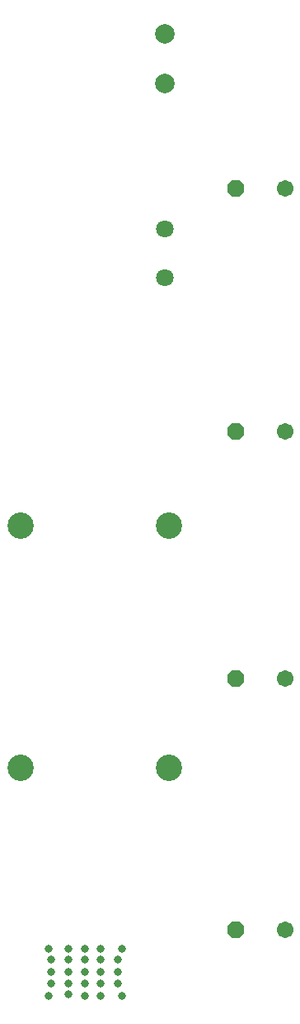
<source format=gbs>
G04 Layer_Color=16711935*
%FSLAX24Y24*%
%MOIN*%
G70*
G01*
G75*
%ADD59C,0.0671*%
%ADD60P,0.0726X8X202.5*%
%ADD61C,0.1064*%
%ADD62C,0.0710*%
%ADD63C,0.0789*%
%ADD64C,0.0316*%
D59*
X31450Y49900D02*
D03*
Y39750D02*
D03*
Y59850D02*
D03*
Y69650D02*
D03*
D60*
X29450Y49900D02*
D03*
Y39750D02*
D03*
Y59850D02*
D03*
Y69650D02*
D03*
D61*
X20750Y56050D02*
D03*
X26750D02*
D03*
X20750Y46300D02*
D03*
X26750D02*
D03*
D62*
X26600Y68018D02*
D03*
Y66050D02*
D03*
D63*
Y73900D02*
D03*
Y75900D02*
D03*
D64*
X22700Y37150D02*
D03*
X24000Y37100D02*
D03*
Y39000D02*
D03*
X22700D02*
D03*
X22000Y38550D02*
D03*
X24000D02*
D03*
X24700D02*
D03*
Y37600D02*
D03*
X24000D02*
D03*
X22000D02*
D03*
X22700D02*
D03*
Y38550D02*
D03*
X23350Y37100D02*
D03*
Y37600D02*
D03*
Y38550D02*
D03*
Y39000D02*
D03*
X24700Y38050D02*
D03*
X24000D02*
D03*
X23350D02*
D03*
X22700D02*
D03*
X22000D02*
D03*
X24850Y37100D02*
D03*
X21900D02*
D03*
X24850Y39000D02*
D03*
X21900D02*
D03*
M02*

</source>
